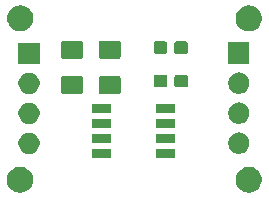
<source format=gbr>
G04 #@! TF.GenerationSoftware,KiCad,Pcbnew,5.1.5+dfsg1-2build2*
G04 #@! TF.CreationDate,2021-08-24T21:55:17+05:30*
G04 #@! TF.ProjectId,AS5600-Encoder-PCB,41533536-3030-42d4-956e-636f6465722d,rev?*
G04 #@! TF.SameCoordinates,Original*
G04 #@! TF.FileFunction,Soldermask,Top*
G04 #@! TF.FilePolarity,Negative*
%FSLAX46Y46*%
G04 Gerber Fmt 4.6, Leading zero omitted, Abs format (unit mm)*
G04 Created by KiCad (PCBNEW 5.1.5+dfsg1-2build2) date 2021-08-24 21:55:17*
%MOMM*%
%LPD*%
G04 APERTURE LIST*
%ADD10C,0.100000*%
G04 APERTURE END LIST*
D10*
G36*
X211723134Y-160964535D02*
G01*
X211829490Y-160985691D01*
X212029860Y-161068687D01*
X212210184Y-161189175D01*
X212363545Y-161342536D01*
X212484033Y-161522860D01*
X212567029Y-161723231D01*
X212609340Y-161935940D01*
X212609340Y-162152820D01*
X212567029Y-162365529D01*
X212484033Y-162565900D01*
X212363545Y-162746224D01*
X212210184Y-162899585D01*
X212029860Y-163020073D01*
X211829490Y-163103069D01*
X211723135Y-163124224D01*
X211616780Y-163145380D01*
X211399900Y-163145380D01*
X211293545Y-163124224D01*
X211187190Y-163103069D01*
X211087006Y-163061571D01*
X210986820Y-163020073D01*
X210806496Y-162899585D01*
X210653135Y-162746224D01*
X210532647Y-162565900D01*
X210449651Y-162365529D01*
X210407340Y-162152820D01*
X210407340Y-161935940D01*
X210449651Y-161723231D01*
X210532647Y-161522860D01*
X210653135Y-161342536D01*
X210806496Y-161189175D01*
X210986820Y-161068687D01*
X211187190Y-160985691D01*
X211293546Y-160964535D01*
X211399900Y-160943380D01*
X211616780Y-160943380D01*
X211723134Y-160964535D01*
G37*
G36*
X192348014Y-160964535D02*
G01*
X192454370Y-160985691D01*
X192654740Y-161068687D01*
X192835064Y-161189175D01*
X192988425Y-161342536D01*
X193108913Y-161522860D01*
X193191909Y-161723231D01*
X193234220Y-161935940D01*
X193234220Y-162152820D01*
X193191909Y-162365529D01*
X193108913Y-162565900D01*
X192988425Y-162746224D01*
X192835064Y-162899585D01*
X192654740Y-163020073D01*
X192454370Y-163103069D01*
X192348015Y-163124224D01*
X192241660Y-163145380D01*
X192024780Y-163145380D01*
X191918425Y-163124224D01*
X191812070Y-163103069D01*
X191711886Y-163061571D01*
X191611700Y-163020073D01*
X191431376Y-162899585D01*
X191278015Y-162746224D01*
X191157527Y-162565900D01*
X191074531Y-162365529D01*
X191032220Y-162152820D01*
X191032220Y-161935940D01*
X191074531Y-161723231D01*
X191157527Y-161522860D01*
X191278015Y-161342536D01*
X191431376Y-161189175D01*
X191611700Y-161068687D01*
X191812070Y-160985691D01*
X191918426Y-160964535D01*
X192024780Y-160943380D01*
X192241660Y-160943380D01*
X192348014Y-160964535D01*
G37*
G36*
X205263360Y-160197880D02*
G01*
X203661360Y-160197880D01*
X203661360Y-159445880D01*
X205263360Y-159445880D01*
X205263360Y-160197880D01*
G37*
G36*
X199863360Y-160197880D02*
G01*
X198261360Y-160197880D01*
X198261360Y-159445880D01*
X199863360Y-159445880D01*
X199863360Y-160197880D01*
G37*
G36*
X193003512Y-158073927D02*
G01*
X193152812Y-158103624D01*
X193316784Y-158171544D01*
X193464354Y-158270147D01*
X193589853Y-158395646D01*
X193688456Y-158543216D01*
X193756376Y-158707188D01*
X193791000Y-158881259D01*
X193791000Y-159058741D01*
X193756376Y-159232812D01*
X193688456Y-159396784D01*
X193589853Y-159544354D01*
X193464354Y-159669853D01*
X193316784Y-159768456D01*
X193152812Y-159836376D01*
X193003512Y-159866073D01*
X192978742Y-159871000D01*
X192801258Y-159871000D01*
X192776488Y-159866073D01*
X192627188Y-159836376D01*
X192463216Y-159768456D01*
X192315646Y-159669853D01*
X192190147Y-159544354D01*
X192091544Y-159396784D01*
X192023624Y-159232812D01*
X191989000Y-159058741D01*
X191989000Y-158881259D01*
X192023624Y-158707188D01*
X192091544Y-158543216D01*
X192190147Y-158395646D01*
X192315646Y-158270147D01*
X192463216Y-158171544D01*
X192627188Y-158103624D01*
X192776488Y-158073927D01*
X192801258Y-158069000D01*
X192978742Y-158069000D01*
X193003512Y-158073927D01*
G37*
G36*
X210773512Y-158053927D02*
G01*
X210922812Y-158083624D01*
X211086784Y-158151544D01*
X211234354Y-158250147D01*
X211359853Y-158375646D01*
X211458456Y-158523216D01*
X211526376Y-158687188D01*
X211561000Y-158861259D01*
X211561000Y-159038741D01*
X211526376Y-159212812D01*
X211458456Y-159376784D01*
X211359853Y-159524354D01*
X211234354Y-159649853D01*
X211086784Y-159748456D01*
X210922812Y-159816376D01*
X210773512Y-159846073D01*
X210748742Y-159851000D01*
X210571258Y-159851000D01*
X210546488Y-159846073D01*
X210397188Y-159816376D01*
X210233216Y-159748456D01*
X210085646Y-159649853D01*
X209960147Y-159524354D01*
X209861544Y-159376784D01*
X209793624Y-159212812D01*
X209759000Y-159038741D01*
X209759000Y-158861259D01*
X209793624Y-158687188D01*
X209861544Y-158523216D01*
X209960147Y-158375646D01*
X210085646Y-158250147D01*
X210233216Y-158151544D01*
X210397188Y-158083624D01*
X210546488Y-158053927D01*
X210571258Y-158049000D01*
X210748742Y-158049000D01*
X210773512Y-158053927D01*
G37*
G36*
X199863360Y-158927880D02*
G01*
X198261360Y-158927880D01*
X198261360Y-158175880D01*
X199863360Y-158175880D01*
X199863360Y-158927880D01*
G37*
G36*
X205263360Y-158927880D02*
G01*
X203661360Y-158927880D01*
X203661360Y-158175880D01*
X205263360Y-158175880D01*
X205263360Y-158927880D01*
G37*
G36*
X199863360Y-157657880D02*
G01*
X198261360Y-157657880D01*
X198261360Y-156905880D01*
X199863360Y-156905880D01*
X199863360Y-157657880D01*
G37*
G36*
X205263360Y-157657880D02*
G01*
X203661360Y-157657880D01*
X203661360Y-156905880D01*
X205263360Y-156905880D01*
X205263360Y-157657880D01*
G37*
G36*
X193003512Y-155533927D02*
G01*
X193152812Y-155563624D01*
X193316784Y-155631544D01*
X193464354Y-155730147D01*
X193589853Y-155855646D01*
X193688456Y-156003216D01*
X193756376Y-156167188D01*
X193791000Y-156341259D01*
X193791000Y-156518741D01*
X193756376Y-156692812D01*
X193688456Y-156856784D01*
X193589853Y-157004354D01*
X193464354Y-157129853D01*
X193316784Y-157228456D01*
X193152812Y-157296376D01*
X193003512Y-157326073D01*
X192978742Y-157331000D01*
X192801258Y-157331000D01*
X192776488Y-157326073D01*
X192627188Y-157296376D01*
X192463216Y-157228456D01*
X192315646Y-157129853D01*
X192190147Y-157004354D01*
X192091544Y-156856784D01*
X192023624Y-156692812D01*
X191989000Y-156518741D01*
X191989000Y-156341259D01*
X192023624Y-156167188D01*
X192091544Y-156003216D01*
X192190147Y-155855646D01*
X192315646Y-155730147D01*
X192463216Y-155631544D01*
X192627188Y-155563624D01*
X192776488Y-155533927D01*
X192801258Y-155529000D01*
X192978742Y-155529000D01*
X193003512Y-155533927D01*
G37*
G36*
X210773512Y-155513927D02*
G01*
X210922812Y-155543624D01*
X211086784Y-155611544D01*
X211234354Y-155710147D01*
X211359853Y-155835646D01*
X211458456Y-155983216D01*
X211526376Y-156147188D01*
X211561000Y-156321259D01*
X211561000Y-156498741D01*
X211526376Y-156672812D01*
X211458456Y-156836784D01*
X211359853Y-156984354D01*
X211234354Y-157109853D01*
X211086784Y-157208456D01*
X210922812Y-157276376D01*
X210773512Y-157306073D01*
X210748742Y-157311000D01*
X210571258Y-157311000D01*
X210546488Y-157306073D01*
X210397188Y-157276376D01*
X210233216Y-157208456D01*
X210085646Y-157109853D01*
X209960147Y-156984354D01*
X209861544Y-156836784D01*
X209793624Y-156672812D01*
X209759000Y-156498741D01*
X209759000Y-156321259D01*
X209793624Y-156147188D01*
X209861544Y-155983216D01*
X209960147Y-155835646D01*
X210085646Y-155710147D01*
X210233216Y-155611544D01*
X210397188Y-155543624D01*
X210546488Y-155513927D01*
X210571258Y-155509000D01*
X210748742Y-155509000D01*
X210773512Y-155513927D01*
G37*
G36*
X205263360Y-156387880D02*
G01*
X203661360Y-156387880D01*
X203661360Y-155635880D01*
X205263360Y-155635880D01*
X205263360Y-156387880D01*
G37*
G36*
X199863360Y-156387880D02*
G01*
X198261360Y-156387880D01*
X198261360Y-155635880D01*
X199863360Y-155635880D01*
X199863360Y-156387880D01*
G37*
G36*
X193003512Y-152993927D02*
G01*
X193152812Y-153023624D01*
X193316784Y-153091544D01*
X193464354Y-153190147D01*
X193589853Y-153315646D01*
X193688456Y-153463216D01*
X193756376Y-153627188D01*
X193791000Y-153801259D01*
X193791000Y-153978741D01*
X193756376Y-154152812D01*
X193688456Y-154316784D01*
X193589853Y-154464354D01*
X193464354Y-154589853D01*
X193316784Y-154688456D01*
X193152812Y-154756376D01*
X193003512Y-154786073D01*
X192978742Y-154791000D01*
X192801258Y-154791000D01*
X192776488Y-154786073D01*
X192627188Y-154756376D01*
X192463216Y-154688456D01*
X192315646Y-154589853D01*
X192190147Y-154464354D01*
X192091544Y-154316784D01*
X192023624Y-154152812D01*
X191989000Y-153978741D01*
X191989000Y-153801259D01*
X192023624Y-153627188D01*
X192091544Y-153463216D01*
X192190147Y-153315646D01*
X192315646Y-153190147D01*
X192463216Y-153091544D01*
X192627188Y-153023624D01*
X192776488Y-152993927D01*
X192801258Y-152989000D01*
X192978742Y-152989000D01*
X193003512Y-152993927D01*
G37*
G36*
X200505562Y-153258181D02*
G01*
X200540481Y-153268774D01*
X200572663Y-153285976D01*
X200600873Y-153309127D01*
X200624024Y-153337337D01*
X200641226Y-153369519D01*
X200651819Y-153404438D01*
X200656000Y-153446895D01*
X200656000Y-154588105D01*
X200651819Y-154630562D01*
X200641226Y-154665481D01*
X200624024Y-154697663D01*
X200600873Y-154725873D01*
X200572663Y-154749024D01*
X200540481Y-154766226D01*
X200505562Y-154776819D01*
X200463105Y-154781000D01*
X198996895Y-154781000D01*
X198954438Y-154776819D01*
X198919519Y-154766226D01*
X198887337Y-154749024D01*
X198859127Y-154725873D01*
X198835976Y-154697663D01*
X198818774Y-154665481D01*
X198808181Y-154630562D01*
X198804000Y-154588105D01*
X198804000Y-153446895D01*
X198808181Y-153404438D01*
X198818774Y-153369519D01*
X198835976Y-153337337D01*
X198859127Y-153309127D01*
X198887337Y-153285976D01*
X198919519Y-153268774D01*
X198954438Y-153258181D01*
X198996895Y-153254000D01*
X200463105Y-153254000D01*
X200505562Y-153258181D01*
G37*
G36*
X197305562Y-153258181D02*
G01*
X197340481Y-153268774D01*
X197372663Y-153285976D01*
X197400873Y-153309127D01*
X197424024Y-153337337D01*
X197441226Y-153369519D01*
X197451819Y-153404438D01*
X197456000Y-153446895D01*
X197456000Y-154588105D01*
X197451819Y-154630562D01*
X197441226Y-154665481D01*
X197424024Y-154697663D01*
X197400873Y-154725873D01*
X197372663Y-154749024D01*
X197340481Y-154766226D01*
X197305562Y-154776819D01*
X197263105Y-154781000D01*
X195796895Y-154781000D01*
X195754438Y-154776819D01*
X195719519Y-154766226D01*
X195687337Y-154749024D01*
X195659127Y-154725873D01*
X195635976Y-154697663D01*
X195618774Y-154665481D01*
X195608181Y-154630562D01*
X195604000Y-154588105D01*
X195604000Y-153446895D01*
X195608181Y-153404438D01*
X195618774Y-153369519D01*
X195635976Y-153337337D01*
X195659127Y-153309127D01*
X195687337Y-153285976D01*
X195719519Y-153268774D01*
X195754438Y-153258181D01*
X195796895Y-153254000D01*
X197263105Y-153254000D01*
X197305562Y-153258181D01*
G37*
G36*
X210773512Y-152973927D02*
G01*
X210922812Y-153003624D01*
X211086784Y-153071544D01*
X211234354Y-153170147D01*
X211359853Y-153295646D01*
X211458456Y-153443216D01*
X211526376Y-153607188D01*
X211561000Y-153781259D01*
X211561000Y-153958741D01*
X211526376Y-154132812D01*
X211458456Y-154296784D01*
X211359853Y-154444354D01*
X211234354Y-154569853D01*
X211086784Y-154668456D01*
X210922812Y-154736376D01*
X210773512Y-154766073D01*
X210748742Y-154771000D01*
X210571258Y-154771000D01*
X210546488Y-154766073D01*
X210397188Y-154736376D01*
X210233216Y-154668456D01*
X210085646Y-154569853D01*
X209960147Y-154444354D01*
X209861544Y-154296784D01*
X209793624Y-154132812D01*
X209759000Y-153958741D01*
X209759000Y-153781259D01*
X209793624Y-153607188D01*
X209861544Y-153443216D01*
X209960147Y-153295646D01*
X210085646Y-153170147D01*
X210233216Y-153071544D01*
X210397188Y-153003624D01*
X210546488Y-152973927D01*
X210571258Y-152969000D01*
X210748742Y-152969000D01*
X210773512Y-152973927D01*
G37*
G36*
X204449499Y-153168445D02*
G01*
X204486995Y-153179820D01*
X204521554Y-153198292D01*
X204551847Y-153223153D01*
X204576708Y-153253446D01*
X204595180Y-153288005D01*
X204606555Y-153325501D01*
X204611000Y-153370638D01*
X204611000Y-154009362D01*
X204606555Y-154054499D01*
X204595180Y-154091995D01*
X204576708Y-154126554D01*
X204551847Y-154156847D01*
X204521554Y-154181708D01*
X204486995Y-154200180D01*
X204449499Y-154211555D01*
X204404362Y-154216000D01*
X203665638Y-154216000D01*
X203620501Y-154211555D01*
X203583005Y-154200180D01*
X203548446Y-154181708D01*
X203518153Y-154156847D01*
X203493292Y-154126554D01*
X203474820Y-154091995D01*
X203463445Y-154054499D01*
X203459000Y-154009362D01*
X203459000Y-153370638D01*
X203463445Y-153325501D01*
X203474820Y-153288005D01*
X203493292Y-153253446D01*
X203518153Y-153223153D01*
X203548446Y-153198292D01*
X203583005Y-153179820D01*
X203620501Y-153168445D01*
X203665638Y-153164000D01*
X204404362Y-153164000D01*
X204449499Y-153168445D01*
G37*
G36*
X206199499Y-153168445D02*
G01*
X206236995Y-153179820D01*
X206271554Y-153198292D01*
X206301847Y-153223153D01*
X206326708Y-153253446D01*
X206345180Y-153288005D01*
X206356555Y-153325501D01*
X206361000Y-153370638D01*
X206361000Y-154009362D01*
X206356555Y-154054499D01*
X206345180Y-154091995D01*
X206326708Y-154126554D01*
X206301847Y-154156847D01*
X206271554Y-154181708D01*
X206236995Y-154200180D01*
X206199499Y-154211555D01*
X206154362Y-154216000D01*
X205415638Y-154216000D01*
X205370501Y-154211555D01*
X205333005Y-154200180D01*
X205298446Y-154181708D01*
X205268153Y-154156847D01*
X205243292Y-154126554D01*
X205224820Y-154091995D01*
X205213445Y-154054499D01*
X205209000Y-154009362D01*
X205209000Y-153370638D01*
X205213445Y-153325501D01*
X205224820Y-153288005D01*
X205243292Y-153253446D01*
X205268153Y-153223153D01*
X205298446Y-153198292D01*
X205333005Y-153179820D01*
X205370501Y-153168445D01*
X205415638Y-153164000D01*
X206154362Y-153164000D01*
X206199499Y-153168445D01*
G37*
G36*
X193791000Y-152251000D02*
G01*
X191989000Y-152251000D01*
X191989000Y-150449000D01*
X193791000Y-150449000D01*
X193791000Y-152251000D01*
G37*
G36*
X211561000Y-152231000D02*
G01*
X209759000Y-152231000D01*
X209759000Y-150429000D01*
X211561000Y-150429000D01*
X211561000Y-152231000D01*
G37*
G36*
X197305562Y-150283181D02*
G01*
X197340481Y-150293774D01*
X197372663Y-150310976D01*
X197400873Y-150334127D01*
X197424024Y-150362337D01*
X197441226Y-150394519D01*
X197451819Y-150429438D01*
X197456000Y-150471895D01*
X197456000Y-151613105D01*
X197451819Y-151655562D01*
X197441226Y-151690481D01*
X197424024Y-151722663D01*
X197400873Y-151750873D01*
X197372663Y-151774024D01*
X197340481Y-151791226D01*
X197305562Y-151801819D01*
X197263105Y-151806000D01*
X195796895Y-151806000D01*
X195754438Y-151801819D01*
X195719519Y-151791226D01*
X195687337Y-151774024D01*
X195659127Y-151750873D01*
X195635976Y-151722663D01*
X195618774Y-151690481D01*
X195608181Y-151655562D01*
X195604000Y-151613105D01*
X195604000Y-150471895D01*
X195608181Y-150429438D01*
X195618774Y-150394519D01*
X195635976Y-150362337D01*
X195659127Y-150334127D01*
X195687337Y-150310976D01*
X195719519Y-150293774D01*
X195754438Y-150283181D01*
X195796895Y-150279000D01*
X197263105Y-150279000D01*
X197305562Y-150283181D01*
G37*
G36*
X200505562Y-150283181D02*
G01*
X200540481Y-150293774D01*
X200572663Y-150310976D01*
X200600873Y-150334127D01*
X200624024Y-150362337D01*
X200641226Y-150394519D01*
X200651819Y-150429438D01*
X200656000Y-150471895D01*
X200656000Y-151613105D01*
X200651819Y-151655562D01*
X200641226Y-151690481D01*
X200624024Y-151722663D01*
X200600873Y-151750873D01*
X200572663Y-151774024D01*
X200540481Y-151791226D01*
X200505562Y-151801819D01*
X200463105Y-151806000D01*
X198996895Y-151806000D01*
X198954438Y-151801819D01*
X198919519Y-151791226D01*
X198887337Y-151774024D01*
X198859127Y-151750873D01*
X198835976Y-151722663D01*
X198818774Y-151690481D01*
X198808181Y-151655562D01*
X198804000Y-151613105D01*
X198804000Y-150471895D01*
X198808181Y-150429438D01*
X198818774Y-150394519D01*
X198835976Y-150362337D01*
X198859127Y-150334127D01*
X198887337Y-150310976D01*
X198919519Y-150293774D01*
X198954438Y-150283181D01*
X198996895Y-150279000D01*
X200463105Y-150279000D01*
X200505562Y-150283181D01*
G37*
G36*
X204429499Y-150338445D02*
G01*
X204466995Y-150349820D01*
X204501554Y-150368292D01*
X204531847Y-150393153D01*
X204556708Y-150423446D01*
X204575180Y-150458005D01*
X204586555Y-150495501D01*
X204591000Y-150540638D01*
X204591000Y-151179362D01*
X204586555Y-151224499D01*
X204575180Y-151261995D01*
X204556708Y-151296554D01*
X204531847Y-151326847D01*
X204501554Y-151351708D01*
X204466995Y-151370180D01*
X204429499Y-151381555D01*
X204384362Y-151386000D01*
X203645638Y-151386000D01*
X203600501Y-151381555D01*
X203563005Y-151370180D01*
X203528446Y-151351708D01*
X203498153Y-151326847D01*
X203473292Y-151296554D01*
X203454820Y-151261995D01*
X203443445Y-151224499D01*
X203439000Y-151179362D01*
X203439000Y-150540638D01*
X203443445Y-150495501D01*
X203454820Y-150458005D01*
X203473292Y-150423446D01*
X203498153Y-150393153D01*
X203528446Y-150368292D01*
X203563005Y-150349820D01*
X203600501Y-150338445D01*
X203645638Y-150334000D01*
X204384362Y-150334000D01*
X204429499Y-150338445D01*
G37*
G36*
X206179499Y-150338445D02*
G01*
X206216995Y-150349820D01*
X206251554Y-150368292D01*
X206281847Y-150393153D01*
X206306708Y-150423446D01*
X206325180Y-150458005D01*
X206336555Y-150495501D01*
X206341000Y-150540638D01*
X206341000Y-151179362D01*
X206336555Y-151224499D01*
X206325180Y-151261995D01*
X206306708Y-151296554D01*
X206281847Y-151326847D01*
X206251554Y-151351708D01*
X206216995Y-151370180D01*
X206179499Y-151381555D01*
X206134362Y-151386000D01*
X205395638Y-151386000D01*
X205350501Y-151381555D01*
X205313005Y-151370180D01*
X205278446Y-151351708D01*
X205248153Y-151326847D01*
X205223292Y-151296554D01*
X205204820Y-151261995D01*
X205193445Y-151224499D01*
X205189000Y-151179362D01*
X205189000Y-150540638D01*
X205193445Y-150495501D01*
X205204820Y-150458005D01*
X205223292Y-150423446D01*
X205248153Y-150393153D01*
X205278446Y-150368292D01*
X205313005Y-150349820D01*
X205350501Y-150338445D01*
X205395638Y-150334000D01*
X206134362Y-150334000D01*
X206179499Y-150338445D01*
G37*
G36*
X211723134Y-147314575D02*
G01*
X211829490Y-147335731D01*
X212029860Y-147418727D01*
X212210184Y-147539215D01*
X212363545Y-147692576D01*
X212484033Y-147872900D01*
X212484033Y-147872901D01*
X212560717Y-148058031D01*
X212567029Y-148073271D01*
X212606309Y-148270740D01*
X212609340Y-148285981D01*
X212609340Y-148502859D01*
X212570061Y-148700329D01*
X212567029Y-148715569D01*
X212484033Y-148915940D01*
X212363545Y-149096264D01*
X212210184Y-149249625D01*
X212029860Y-149370113D01*
X211929674Y-149411611D01*
X211829490Y-149453109D01*
X211723135Y-149474264D01*
X211616780Y-149495420D01*
X211399900Y-149495420D01*
X211293545Y-149474264D01*
X211187190Y-149453109D01*
X211087006Y-149411611D01*
X210986820Y-149370113D01*
X210806496Y-149249625D01*
X210653135Y-149096264D01*
X210532647Y-148915940D01*
X210449651Y-148715569D01*
X210446620Y-148700329D01*
X210407340Y-148502859D01*
X210407340Y-148285981D01*
X210410372Y-148270740D01*
X210449651Y-148073271D01*
X210455964Y-148058031D01*
X210532647Y-147872901D01*
X210532647Y-147872900D01*
X210653135Y-147692576D01*
X210806496Y-147539215D01*
X210986820Y-147418727D01*
X211187190Y-147335731D01*
X211293546Y-147314575D01*
X211399900Y-147293420D01*
X211616780Y-147293420D01*
X211723134Y-147314575D01*
G37*
G36*
X192368335Y-147299336D02*
G01*
X192474690Y-147320491D01*
X192511482Y-147335731D01*
X192675060Y-147403487D01*
X192855384Y-147523975D01*
X193008745Y-147677336D01*
X193129233Y-147857660D01*
X193135546Y-147872901D01*
X193212229Y-148058030D01*
X193233385Y-148164386D01*
X193254540Y-148270740D01*
X193254540Y-148487620D01*
X193233385Y-148593974D01*
X193212229Y-148700330D01*
X193205916Y-148715570D01*
X193129233Y-148900700D01*
X193008745Y-149081024D01*
X192855384Y-149234385D01*
X192675060Y-149354873D01*
X192638267Y-149370113D01*
X192474690Y-149437869D01*
X192368334Y-149459025D01*
X192261980Y-149480180D01*
X192045100Y-149480180D01*
X191938746Y-149459025D01*
X191832390Y-149437869D01*
X191668813Y-149370113D01*
X191632020Y-149354873D01*
X191451696Y-149234385D01*
X191298335Y-149081024D01*
X191177847Y-148900700D01*
X191101164Y-148715570D01*
X191094851Y-148700330D01*
X191073695Y-148593974D01*
X191052540Y-148487620D01*
X191052540Y-148270740D01*
X191073695Y-148164386D01*
X191094851Y-148058030D01*
X191171534Y-147872901D01*
X191177847Y-147857660D01*
X191298335Y-147677336D01*
X191451696Y-147523975D01*
X191632020Y-147403487D01*
X191795598Y-147335731D01*
X191832390Y-147320491D01*
X191938745Y-147299336D01*
X192045100Y-147278180D01*
X192261980Y-147278180D01*
X192368335Y-147299336D01*
G37*
M02*

</source>
